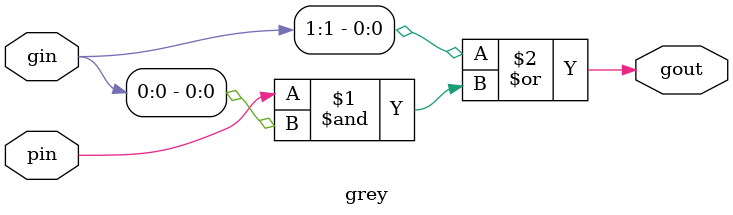
<source format=v>

module adder (cout, sum, a, b, cin);
	 input [7:0] a, b;
	 input cin;
	 output [7:0] sum;
	 output cout;

	 wire [8:0] p,g;
	 wire [7:0] c;

// pre-computation
	 assign p={a^b,1'b0};
	 assign g={a&b, cin};

// prefix tree
	 knowles prefix_tree(c, p[7:0], g[7:0]);

// post-computation
	 assign sum=p[8:1]^c;
	 assign cout=g[8]|(p[8]&c[7]);

endmodule

module knowles (c, p, g);
	
	input [7:0] p;
	input [7:0] g;
	output [8:1] c;


	// parallel-prefix, Knowles

	// Stage 1: Generates G/P pairs that span 1 bits
	grey g_1_0 (G_1_0, {g[1],g[0]}, p[1]);
	black b_1_0 (G_1_0, P_1_0, {g[1],g[0]}, {p[1],p[0]});
	black b_2_1 (G_2_1, P_2_1, {g[2],g[1]}, {p[2],p[1]});
	black b_3_2 (G_3_2, P_3_2, {g[3],g[2]}, {p[3],p[2]});
	black b_4_3 (G_4_3, P_4_3, {g[4],g[3]}, {p[4],p[3]});
	black b_5_4 (G_5_4, P_5_4, {g[5],g[4]}, {p[5],p[4]});
	black b_6_5 (G_6_5, P_6_5, {g[6],g[5]}, {p[6],p[5]});
	black b_7_6 (G_7_6, P_7_6, {g[7],g[6]}, {p[7],p[6]});


	// Stage 2: Generates G/P pairs that span 2 bits
	grey g_2_0 (G_2_0, {G_2_1,g[0]}, P_2_1);
	grey g_3_0 (G_3_0, {G_3_2,G_1_0}, P_3_2);
	black b_4_1 (G_4_1, P_4_1, {G_4_3,G_2_1}, {P_4_3,P_2_1});
	black b_5_2 (G_5_2, P_5_2, {G_5_4,G_3_2}, {P_5_4,P_3_2});
	black b_6_3 (G_6_3, P_6_3, {G_6_5,G_4_3}, {P_6_5,P_4_3});
	black b_7_4 (G_7_4, P_7_4, {G_7_6,G_5_4}, {P_7_6,P_5_4});

	// Stage 3: Generates G/P pairs that span 4 bits
	grey g_4_0 (G_4_0, {G_4_1,G_1_0}, P_4_1);
	grey g_5_0 (G_5_0, {G_5_2,G_1_0}, P_5_2);
	grey g_6_0 (G_6_0, {G_6_3,G_3_0}, P_6_3);
	grey g_7_0 (G_7_0, {G_7_4,G_3_0}, P_7_4);

	// Final Stage: Apply c_k+1=G_k_0
	assign c[1]=g[0];
	assign c[2]=G_1_0;
	assign c[3]=G_2_0;
	assign c[4]=G_3_0;
	assign c[5]=G_4_0;
	assign c[6]=G_5_0;
	assign c[7]=G_6_0;
	assign c[8]=G_7_0;

endmodule


// Black cell
module black(gout, pout, gin, pin);

 input [1:0] gin, pin;
 output gout, pout;

 assign pout=pin[1]&pin[0];
 assign gout=gin[1]|(pin[1]&gin[0]);

endmodule

// Grey cell
module grey(gout, gin, pin);

 input[1:0] gin;
 input pin;
 output gout;

 assign gout=gin[1]|(pin&gin[0]);

endmodule

</source>
